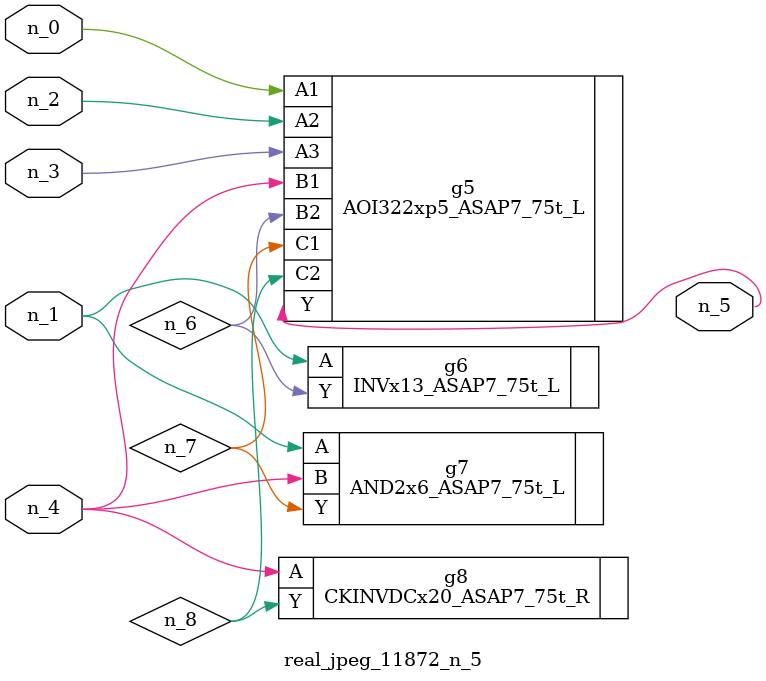
<source format=v>
module real_jpeg_11872_n_5 (n_4, n_0, n_1, n_2, n_3, n_5);

input n_4;
input n_0;
input n_1;
input n_2;
input n_3;

output n_5;

wire n_8;
wire n_6;
wire n_7;

AOI322xp5_ASAP7_75t_L g5 ( 
.A1(n_0),
.A2(n_2),
.A3(n_3),
.B1(n_4),
.B2(n_6),
.C1(n_7),
.C2(n_8),
.Y(n_5)
);

INVx13_ASAP7_75t_L g6 ( 
.A(n_1),
.Y(n_6)
);

AND2x6_ASAP7_75t_L g7 ( 
.A(n_1),
.B(n_4),
.Y(n_7)
);

CKINVDCx20_ASAP7_75t_R g8 ( 
.A(n_4),
.Y(n_8)
);


endmodule
</source>
